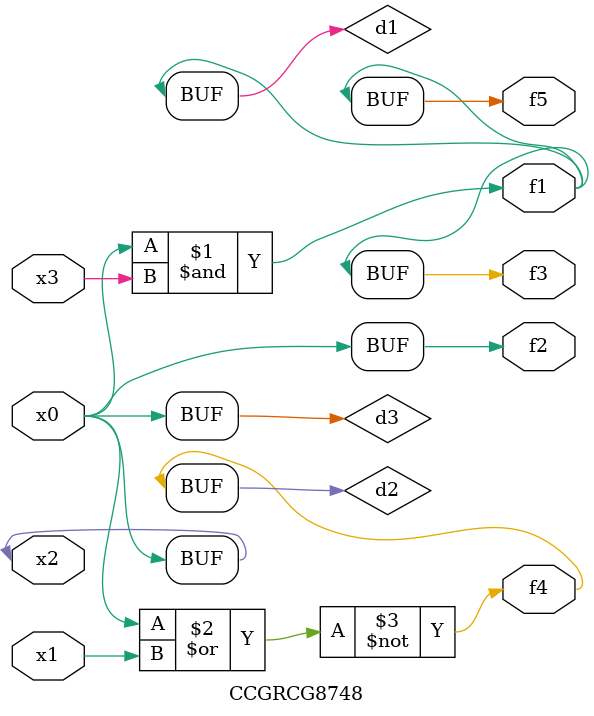
<source format=v>
module CCGRCG8748(
	input x0, x1, x2, x3,
	output f1, f2, f3, f4, f5
);

	wire d1, d2, d3;

	and (d1, x2, x3);
	nor (d2, x0, x1);
	buf (d3, x0, x2);
	assign f1 = d1;
	assign f2 = d3;
	assign f3 = d1;
	assign f4 = d2;
	assign f5 = d1;
endmodule

</source>
